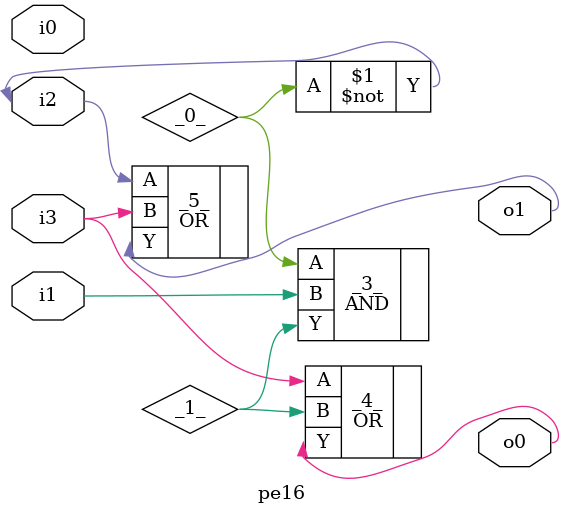
<source format=v>
/* Generated by Yosys 0.41+83 (git sha1 7045cf509, x86_64-w64-mingw32-g++ 13.2.1 -Os) */

/* cells_not_processed =  1  */
/* src = "pe16.v:1.1-9.10" */
module pe16(i3, i2, i1, i0, o0, o1);
  wire _0_;
  wire _1_;
  /* src = "pe16.v:3.20-3.22" */
  input i0;
  wire i0;
  /* src = "pe16.v:3.17-3.19" */
  input i1;
  wire i1;
  /* src = "pe16.v:3.14-3.16" */
  input i2;
  wire i2;
  /* src = "pe16.v:3.11-3.13" */
  input i3;
  wire i3;
  /* src = "pe16.v:4.12-4.14" */
  output o0;
  wire o0;
  /* src = "pe16.v:4.15-4.17" */
  output o1;
  wire o1;
  not _2_ (
    .A(i2),
    .Y(_0_)
  );
  AND _3_ (
    .A(_0_),
    .B(i1),
    .Y(_1_)
  );
  OR _4_ (
    .A(i3),
    .B(_1_),
    .Y(o0)
  );
  OR _5_ (
    .A(i2),
    .B(i3),
    .Y(o1)
  );
endmodule

</source>
